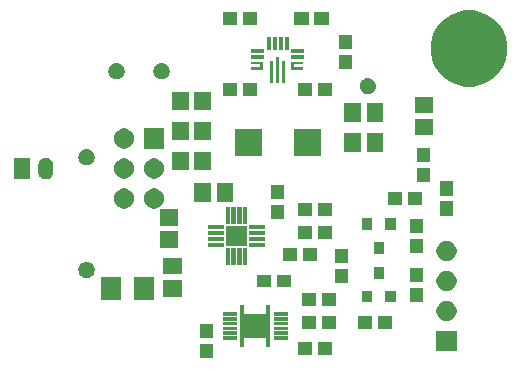
<source format=gts>
G04 #@! TF.GenerationSoftware,KiCad,Pcbnew,5.0.1-33cea8e~68~ubuntu18.04.1*
G04 #@! TF.CreationDate,2018-11-28T03:54:02-05:00*
G04 #@! TF.ProjectId,psu,7073752E6B696361645F706362000000,rev?*
G04 #@! TF.SameCoordinates,Original*
G04 #@! TF.FileFunction,Soldermask,Top*
G04 #@! TF.FilePolarity,Negative*
%FSLAX46Y46*%
G04 Gerber Fmt 4.6, Leading zero omitted, Abs format (unit mm)*
G04 Created by KiCad (PCBNEW 5.0.1-33cea8e~68~ubuntu18.04.1) date Wed Nov 28 03:54:02 2018*
%MOMM*%
%LPD*%
G01*
G04 APERTURE LIST*
%ADD10C,0.350000*%
G04 APERTURE END LIST*
D10*
G04 #@! TO.C,U3*
G36*
X157287500Y-96932500D02*
X157037500Y-96932500D01*
X157037500Y-94732500D01*
X157287500Y-94732500D01*
X157287500Y-96932500D01*
G37*
G36*
X156787500Y-95032500D02*
X156537500Y-95032500D01*
X156537500Y-96932500D01*
X156787500Y-96932500D01*
X156787500Y-95032500D01*
G37*
G36*
X157787500Y-95032500D02*
X157537500Y-95032500D01*
X157537500Y-96932500D01*
X157787500Y-96932500D01*
X157787500Y-95032500D01*
G37*
G36*
X155912500Y-95082500D02*
X154912500Y-95082500D01*
X154912500Y-95332500D01*
X155662500Y-95332500D01*
X155662500Y-95582500D01*
X154912500Y-95582500D01*
X154912500Y-95832500D01*
X155912500Y-95832500D01*
X155912500Y-95082500D01*
G37*
G36*
X158312500Y-95832500D02*
X159312500Y-95832500D01*
X159312500Y-95582500D01*
X158562500Y-95582500D01*
X158562500Y-95332500D01*
X159312500Y-95332500D01*
X159312500Y-95082500D01*
X158312500Y-95082500D01*
X158312500Y-95832500D01*
G37*
G36*
X151680000Y-120195000D02*
X150580000Y-120195000D01*
X150580000Y-118995000D01*
X151680000Y-118995000D01*
X151680000Y-120195000D01*
X151680000Y-120195000D01*
G37*
G36*
X161787500Y-119930000D02*
X160587500Y-119930000D01*
X160587500Y-118830000D01*
X161787500Y-118830000D01*
X161787500Y-119930000D01*
X161787500Y-119930000D01*
G37*
G36*
X160087500Y-119930000D02*
X158887500Y-119930000D01*
X158887500Y-118830000D01*
X160087500Y-118830000D01*
X160087500Y-119930000D01*
X160087500Y-119930000D01*
G37*
G36*
X172300000Y-119595000D02*
X170600000Y-119595000D01*
X170600000Y-117895000D01*
X172300000Y-117895000D01*
X172300000Y-119595000D01*
X172300000Y-119595000D01*
G37*
G36*
X154282497Y-115724758D02*
X154282500Y-115724758D01*
X154292302Y-115725723D01*
X154301727Y-115728582D01*
X154310413Y-115733225D01*
X154313112Y-115735441D01*
X154318027Y-115739473D01*
X154322059Y-115744388D01*
X154324275Y-115747087D01*
X154328918Y-115755773D01*
X154331777Y-115765198D01*
X154332742Y-115775000D01*
X154332863Y-115776232D01*
X154332863Y-116424637D01*
X154333343Y-116429514D01*
X154334766Y-116434204D01*
X154337076Y-116438526D01*
X154340185Y-116442315D01*
X154343974Y-116445424D01*
X154348296Y-116447734D01*
X154352986Y-116449157D01*
X154357863Y-116449637D01*
X156157137Y-116449637D01*
X156162014Y-116449157D01*
X156166704Y-116447734D01*
X156171026Y-116445424D01*
X156174815Y-116442315D01*
X156177924Y-116438526D01*
X156180234Y-116434204D01*
X156181657Y-116429514D01*
X156182137Y-116424637D01*
X156182137Y-115776232D01*
X156182258Y-115775000D01*
X156183223Y-115765198D01*
X156186082Y-115755773D01*
X156190725Y-115747087D01*
X156192941Y-115744388D01*
X156196973Y-115739473D01*
X156201888Y-115735441D01*
X156204587Y-115733225D01*
X156213273Y-115728582D01*
X156222698Y-115725723D01*
X156232500Y-115724758D01*
X156232503Y-115724758D01*
X156233732Y-115724637D01*
X156481268Y-115724637D01*
X156482497Y-115724758D01*
X156482500Y-115724758D01*
X156492302Y-115725723D01*
X156501727Y-115728582D01*
X156510413Y-115733225D01*
X156513112Y-115735441D01*
X156518027Y-115739473D01*
X156522059Y-115744388D01*
X156524275Y-115747087D01*
X156528918Y-115755773D01*
X156531777Y-115765198D01*
X156532742Y-115775000D01*
X156532863Y-115776232D01*
X156532863Y-119173768D01*
X156532742Y-119174997D01*
X156532742Y-119175000D01*
X156531777Y-119184802D01*
X156528918Y-119194227D01*
X156524275Y-119202913D01*
X156522059Y-119205612D01*
X156518027Y-119210527D01*
X156513112Y-119214559D01*
X156510413Y-119216775D01*
X156501727Y-119221418D01*
X156492302Y-119224277D01*
X156482500Y-119225242D01*
X156482497Y-119225242D01*
X156481268Y-119225363D01*
X156233732Y-119225363D01*
X156232503Y-119225242D01*
X156232500Y-119225242D01*
X156222698Y-119224277D01*
X156213273Y-119221418D01*
X156204587Y-119216775D01*
X156201888Y-119214559D01*
X156196973Y-119210527D01*
X156192941Y-119205612D01*
X156190725Y-119202913D01*
X156186082Y-119194227D01*
X156183223Y-119184802D01*
X156182258Y-119175000D01*
X156182258Y-119174997D01*
X156182137Y-119173768D01*
X156182137Y-118525363D01*
X156181657Y-118520486D01*
X156180234Y-118515796D01*
X156177924Y-118511474D01*
X156174815Y-118507685D01*
X156171026Y-118504576D01*
X156166704Y-118502266D01*
X156162014Y-118500843D01*
X156157137Y-118500363D01*
X154357863Y-118500363D01*
X154352986Y-118500843D01*
X154348296Y-118502266D01*
X154343974Y-118504576D01*
X154340185Y-118507685D01*
X154337076Y-118511474D01*
X154334766Y-118515796D01*
X154333343Y-118520486D01*
X154332863Y-118525363D01*
X154332863Y-119173768D01*
X154332742Y-119174997D01*
X154332742Y-119175000D01*
X154331777Y-119184802D01*
X154328918Y-119194227D01*
X154324275Y-119202913D01*
X154322059Y-119205612D01*
X154318027Y-119210527D01*
X154313112Y-119214559D01*
X154310413Y-119216775D01*
X154301727Y-119221418D01*
X154292302Y-119224277D01*
X154282500Y-119225242D01*
X154282497Y-119225242D01*
X154281268Y-119225363D01*
X154033732Y-119225363D01*
X154032503Y-119225242D01*
X154032500Y-119225242D01*
X154022698Y-119224277D01*
X154013273Y-119221418D01*
X154004587Y-119216775D01*
X154001888Y-119214559D01*
X153996973Y-119210527D01*
X153992941Y-119205612D01*
X153990725Y-119202913D01*
X153986082Y-119194227D01*
X153983223Y-119184802D01*
X153982258Y-119175000D01*
X153982258Y-119174997D01*
X153982137Y-119173768D01*
X153982137Y-115776232D01*
X153982258Y-115775000D01*
X153983223Y-115765198D01*
X153986082Y-115755773D01*
X153990725Y-115747087D01*
X153992941Y-115744388D01*
X153996973Y-115739473D01*
X154001888Y-115735441D01*
X154004587Y-115733225D01*
X154013273Y-115728582D01*
X154022698Y-115725723D01*
X154032500Y-115724758D01*
X154032503Y-115724758D01*
X154033732Y-115724637D01*
X154281268Y-115724637D01*
X154282497Y-115724758D01*
X154282497Y-115724758D01*
G37*
G36*
X158007500Y-118625000D02*
X156807500Y-118625000D01*
X156807500Y-118325000D01*
X158007500Y-118325000D01*
X158007500Y-118625000D01*
X158007500Y-118625000D01*
G37*
G36*
X153732500Y-118625000D02*
X152532500Y-118625000D01*
X152532500Y-118325000D01*
X153732500Y-118325000D01*
X153732500Y-118625000D01*
X153732500Y-118625000D01*
G37*
G36*
X151680000Y-118495000D02*
X150580000Y-118495000D01*
X150580000Y-117295000D01*
X151680000Y-117295000D01*
X151680000Y-118495000D01*
X151680000Y-118495000D01*
G37*
G36*
X158007500Y-118225000D02*
X156807500Y-118225000D01*
X156807500Y-117925000D01*
X158007500Y-117925000D01*
X158007500Y-118225000D01*
X158007500Y-118225000D01*
G37*
G36*
X153732500Y-118225000D02*
X152532500Y-118225000D01*
X152532500Y-117925000D01*
X153732500Y-117925000D01*
X153732500Y-118225000D01*
X153732500Y-118225000D01*
G37*
G36*
X153732500Y-117825000D02*
X152532500Y-117825000D01*
X152532500Y-117525000D01*
X153732500Y-117525000D01*
X153732500Y-117825000D01*
X153732500Y-117825000D01*
G37*
G36*
X158007500Y-117825000D02*
X156807500Y-117825000D01*
X156807500Y-117525000D01*
X158007500Y-117525000D01*
X158007500Y-117825000D01*
X158007500Y-117825000D01*
G37*
G36*
X162105000Y-117707500D02*
X160905000Y-117707500D01*
X160905000Y-116607500D01*
X162105000Y-116607500D01*
X162105000Y-117707500D01*
X162105000Y-117707500D01*
G37*
G36*
X160405000Y-117707500D02*
X159205000Y-117707500D01*
X159205000Y-116607500D01*
X160405000Y-116607500D01*
X160405000Y-117707500D01*
X160405000Y-117707500D01*
G37*
G36*
X165167500Y-117707500D02*
X163967500Y-117707500D01*
X163967500Y-116607500D01*
X165167500Y-116607500D01*
X165167500Y-117707500D01*
X165167500Y-117707500D01*
G37*
G36*
X166867500Y-117707500D02*
X165667500Y-117707500D01*
X165667500Y-116607500D01*
X166867500Y-116607500D01*
X166867500Y-117707500D01*
X166867500Y-117707500D01*
G37*
G36*
X158007500Y-117425000D02*
X156807500Y-117425000D01*
X156807500Y-117125000D01*
X158007500Y-117125000D01*
X158007500Y-117425000D01*
X158007500Y-117425000D01*
G37*
G36*
X153732500Y-117425000D02*
X152532500Y-117425000D01*
X152532500Y-117125000D01*
X153732500Y-117125000D01*
X153732500Y-117425000D01*
X153732500Y-117425000D01*
G37*
G36*
X171697936Y-115387665D02*
X171852626Y-115451740D01*
X171991844Y-115544762D01*
X172110238Y-115663156D01*
X172203260Y-115802374D01*
X172267335Y-115957064D01*
X172300000Y-116121282D01*
X172300000Y-116288718D01*
X172267335Y-116452936D01*
X172203260Y-116607626D01*
X172110238Y-116746844D01*
X171991844Y-116865238D01*
X171852626Y-116958260D01*
X171697936Y-117022335D01*
X171533718Y-117055000D01*
X171366282Y-117055000D01*
X171202064Y-117022335D01*
X171047374Y-116958260D01*
X170908156Y-116865238D01*
X170789762Y-116746844D01*
X170696740Y-116607626D01*
X170632665Y-116452936D01*
X170600000Y-116288718D01*
X170600000Y-116121282D01*
X170632665Y-115957064D01*
X170696740Y-115802374D01*
X170789762Y-115663156D01*
X170908156Y-115544762D01*
X171047374Y-115451740D01*
X171202064Y-115387665D01*
X171366282Y-115355000D01*
X171533718Y-115355000D01*
X171697936Y-115387665D01*
X171697936Y-115387665D01*
G37*
G36*
X153732500Y-117025000D02*
X152532500Y-117025000D01*
X152532500Y-116725000D01*
X153732500Y-116725000D01*
X153732500Y-117025000D01*
X153732500Y-117025000D01*
G37*
G36*
X158007500Y-117025000D02*
X156807500Y-117025000D01*
X156807500Y-116725000D01*
X158007500Y-116725000D01*
X158007500Y-117025000D01*
X158007500Y-117025000D01*
G37*
G36*
X158007500Y-116625000D02*
X156807500Y-116625000D01*
X156807500Y-116325000D01*
X158007500Y-116325000D01*
X158007500Y-116625000D01*
X158007500Y-116625000D01*
G37*
G36*
X153732500Y-116625000D02*
X152532500Y-116625000D01*
X152532500Y-116325000D01*
X153732500Y-116325000D01*
X153732500Y-116625000D01*
X153732500Y-116625000D01*
G37*
G36*
X160405000Y-115802500D02*
X159205000Y-115802500D01*
X159205000Y-114702500D01*
X160405000Y-114702500D01*
X160405000Y-115802500D01*
X160405000Y-115802500D01*
G37*
G36*
X162105000Y-115802500D02*
X160905000Y-115802500D01*
X160905000Y-114702500D01*
X162105000Y-114702500D01*
X162105000Y-115802500D01*
X162105000Y-115802500D01*
G37*
G36*
X167185000Y-115482500D02*
X166285000Y-115482500D01*
X166285000Y-114482500D01*
X167185000Y-114482500D01*
X167185000Y-115482500D01*
X167185000Y-115482500D01*
G37*
G36*
X165185000Y-115482500D02*
X164285000Y-115482500D01*
X164285000Y-114482500D01*
X165185000Y-114482500D01*
X165185000Y-115482500D01*
X165185000Y-115482500D01*
G37*
G36*
X169460000Y-115432500D02*
X168360000Y-115432500D01*
X168360000Y-114232500D01*
X169460000Y-114232500D01*
X169460000Y-115432500D01*
X169460000Y-115432500D01*
G37*
G36*
X143912500Y-115250000D02*
X142212500Y-115250000D01*
X142212500Y-113350000D01*
X143912500Y-113350000D01*
X143912500Y-115250000D01*
X143912500Y-115250000D01*
G37*
G36*
X146712500Y-115250000D02*
X145012500Y-115250000D01*
X145012500Y-113350000D01*
X146712500Y-113350000D01*
X146712500Y-115250000D01*
X146712500Y-115250000D01*
G37*
G36*
X149072500Y-114997500D02*
X147472500Y-114997500D01*
X147472500Y-113597500D01*
X149072500Y-113597500D01*
X149072500Y-114997500D01*
X149072500Y-114997500D01*
G37*
G36*
X171697936Y-112847665D02*
X171852626Y-112911740D01*
X171991844Y-113004762D01*
X172110238Y-113123156D01*
X172203260Y-113262374D01*
X172267335Y-113417064D01*
X172300000Y-113581282D01*
X172300000Y-113748718D01*
X172267335Y-113912936D01*
X172203260Y-114067626D01*
X172110238Y-114206844D01*
X171991844Y-114325238D01*
X171852626Y-114418260D01*
X171697936Y-114482335D01*
X171533718Y-114515000D01*
X171366282Y-114515000D01*
X171202064Y-114482335D01*
X171047374Y-114418260D01*
X170908156Y-114325238D01*
X170789762Y-114206844D01*
X170696740Y-114067626D01*
X170632665Y-113912936D01*
X170600000Y-113748718D01*
X170600000Y-113581282D01*
X170632665Y-113417064D01*
X170696740Y-113262374D01*
X170789762Y-113123156D01*
X170908156Y-113004762D01*
X171047374Y-112911740D01*
X171202064Y-112847665D01*
X171366282Y-112815000D01*
X171533718Y-112815000D01*
X171697936Y-112847665D01*
X171697936Y-112847665D01*
G37*
G36*
X156595000Y-114215000D02*
X155395000Y-114215000D01*
X155395000Y-113115000D01*
X156595000Y-113115000D01*
X156595000Y-114215000D01*
X156595000Y-114215000D01*
G37*
G36*
X158295000Y-114215000D02*
X157095000Y-114215000D01*
X157095000Y-113115000D01*
X158295000Y-113115000D01*
X158295000Y-114215000D01*
X158295000Y-114215000D01*
G37*
G36*
X163110000Y-113845000D02*
X162010000Y-113845000D01*
X162010000Y-112645000D01*
X163110000Y-112645000D01*
X163110000Y-113845000D01*
X163110000Y-113845000D01*
G37*
G36*
X169460000Y-113732500D02*
X168360000Y-113732500D01*
X168360000Y-112532500D01*
X169460000Y-112532500D01*
X169460000Y-113732500D01*
X169460000Y-113732500D01*
G37*
G36*
X166185000Y-113482500D02*
X165285000Y-113482500D01*
X165285000Y-112482500D01*
X166185000Y-112482500D01*
X166185000Y-113482500D01*
X166185000Y-113482500D01*
G37*
G36*
X141125694Y-112045050D02*
X141169808Y-112053825D01*
X141294469Y-112105461D01*
X141406662Y-112180426D01*
X141502074Y-112275838D01*
X141577039Y-112388031D01*
X141628675Y-112512693D01*
X141655000Y-112645033D01*
X141655000Y-112779967D01*
X141641533Y-112847666D01*
X141628675Y-112912308D01*
X141577039Y-113036969D01*
X141502074Y-113149162D01*
X141406662Y-113244574D01*
X141380022Y-113262374D01*
X141294469Y-113319539D01*
X141169808Y-113371175D01*
X141125694Y-113379950D01*
X141037467Y-113397500D01*
X140902533Y-113397500D01*
X140814306Y-113379950D01*
X140770192Y-113371175D01*
X140645531Y-113319539D01*
X140559978Y-113262374D01*
X140533338Y-113244574D01*
X140437926Y-113149162D01*
X140362961Y-113036969D01*
X140311325Y-112912308D01*
X140298467Y-112847666D01*
X140285000Y-112779967D01*
X140285000Y-112645033D01*
X140311325Y-112512693D01*
X140362961Y-112388031D01*
X140437926Y-112275838D01*
X140533338Y-112180426D01*
X140645531Y-112105461D01*
X140770192Y-112053825D01*
X140814306Y-112045050D01*
X140902533Y-112027500D01*
X141037467Y-112027500D01*
X141125694Y-112045050D01*
X141125694Y-112045050D01*
G37*
G36*
X149072500Y-113097500D02*
X147472500Y-113097500D01*
X147472500Y-111697500D01*
X149072500Y-111697500D01*
X149072500Y-113097500D01*
X149072500Y-113097500D01*
G37*
G36*
X154595000Y-112305000D02*
X154245000Y-112305000D01*
X154245000Y-110905000D01*
X154595000Y-110905000D01*
X154595000Y-112305000D01*
X154595000Y-112305000D01*
G37*
G36*
X154095000Y-112305000D02*
X153745000Y-112305000D01*
X153745000Y-110905000D01*
X154095000Y-110905000D01*
X154095000Y-112305000D01*
X154095000Y-112305000D01*
G37*
G36*
X153595000Y-112305000D02*
X153245000Y-112305000D01*
X153245000Y-110905000D01*
X153595000Y-110905000D01*
X153595000Y-112305000D01*
X153595000Y-112305000D01*
G37*
G36*
X153095000Y-112305000D02*
X152745000Y-112305000D01*
X152745000Y-110905000D01*
X153095000Y-110905000D01*
X153095000Y-112305000D01*
X153095000Y-112305000D01*
G37*
G36*
X163110000Y-112145000D02*
X162010000Y-112145000D01*
X162010000Y-110945000D01*
X163110000Y-110945000D01*
X163110000Y-112145000D01*
X163110000Y-112145000D01*
G37*
G36*
X160517500Y-111992500D02*
X159317500Y-111992500D01*
X159317500Y-110892500D01*
X160517500Y-110892500D01*
X160517500Y-111992500D01*
X160517500Y-111992500D01*
G37*
G36*
X158817500Y-111992500D02*
X157617500Y-111992500D01*
X157617500Y-110892500D01*
X158817500Y-110892500D01*
X158817500Y-111992500D01*
X158817500Y-111992500D01*
G37*
G36*
X171697936Y-110307665D02*
X171852626Y-110371740D01*
X171991844Y-110464762D01*
X172110238Y-110583156D01*
X172203260Y-110722374D01*
X172267335Y-110877064D01*
X172300000Y-111041282D01*
X172300000Y-111208718D01*
X172267335Y-111372936D01*
X172203260Y-111527626D01*
X172110238Y-111666844D01*
X171991844Y-111785238D01*
X171852626Y-111878260D01*
X171697936Y-111942335D01*
X171533718Y-111975000D01*
X171366282Y-111975000D01*
X171202064Y-111942335D01*
X171047374Y-111878260D01*
X170908156Y-111785238D01*
X170789762Y-111666844D01*
X170696740Y-111527626D01*
X170632665Y-111372936D01*
X170600000Y-111208718D01*
X170600000Y-111041282D01*
X170632665Y-110877064D01*
X170696740Y-110722374D01*
X170789762Y-110583156D01*
X170908156Y-110464762D01*
X171047374Y-110371740D01*
X171202064Y-110307665D01*
X171366282Y-110275000D01*
X171533718Y-110275000D01*
X171697936Y-110307665D01*
X171697936Y-110307665D01*
G37*
G36*
X166185000Y-111355000D02*
X165285000Y-111355000D01*
X165285000Y-110355000D01*
X166185000Y-110355000D01*
X166185000Y-111355000D01*
X166185000Y-111355000D01*
G37*
G36*
X169460000Y-111305000D02*
X168360000Y-111305000D01*
X168360000Y-110105000D01*
X169460000Y-110105000D01*
X169460000Y-111305000D01*
X169460000Y-111305000D01*
G37*
G36*
X148755000Y-110870000D02*
X147155000Y-110870000D01*
X147155000Y-109470000D01*
X148755000Y-109470000D01*
X148755000Y-110870000D01*
X148755000Y-110870000D01*
G37*
G36*
X156120000Y-110780000D02*
X154720000Y-110780000D01*
X154720000Y-110430000D01*
X156120000Y-110430000D01*
X156120000Y-110780000D01*
X156120000Y-110780000D01*
G37*
G36*
X152620000Y-110780000D02*
X151220000Y-110780000D01*
X151220000Y-110430000D01*
X152620000Y-110430000D01*
X152620000Y-110780000D01*
X152620000Y-110780000D01*
G37*
G36*
X154520000Y-110705000D02*
X152820000Y-110705000D01*
X152820000Y-109005000D01*
X154520000Y-109005000D01*
X154520000Y-110705000D01*
X154520000Y-110705000D01*
G37*
G36*
X156120000Y-110280000D02*
X154720000Y-110280000D01*
X154720000Y-109930000D01*
X156120000Y-109930000D01*
X156120000Y-110280000D01*
X156120000Y-110280000D01*
G37*
G36*
X152620000Y-110280000D02*
X151220000Y-110280000D01*
X151220000Y-109930000D01*
X152620000Y-109930000D01*
X152620000Y-110280000D01*
X152620000Y-110280000D01*
G37*
G36*
X160087500Y-110087500D02*
X158887500Y-110087500D01*
X158887500Y-108987500D01*
X160087500Y-108987500D01*
X160087500Y-110087500D01*
X160087500Y-110087500D01*
G37*
G36*
X161787500Y-110087500D02*
X160587500Y-110087500D01*
X160587500Y-108987500D01*
X161787500Y-108987500D01*
X161787500Y-110087500D01*
X161787500Y-110087500D01*
G37*
G36*
X152620000Y-109780000D02*
X151220000Y-109780000D01*
X151220000Y-109430000D01*
X152620000Y-109430000D01*
X152620000Y-109780000D01*
X152620000Y-109780000D01*
G37*
G36*
X156120000Y-109780000D02*
X154720000Y-109780000D01*
X154720000Y-109430000D01*
X156120000Y-109430000D01*
X156120000Y-109780000D01*
X156120000Y-109780000D01*
G37*
G36*
X169460000Y-109605000D02*
X168360000Y-109605000D01*
X168360000Y-108405000D01*
X169460000Y-108405000D01*
X169460000Y-109605000D01*
X169460000Y-109605000D01*
G37*
G36*
X167185000Y-109355000D02*
X166285000Y-109355000D01*
X166285000Y-108355000D01*
X167185000Y-108355000D01*
X167185000Y-109355000D01*
X167185000Y-109355000D01*
G37*
G36*
X165185000Y-109355000D02*
X164285000Y-109355000D01*
X164285000Y-108355000D01*
X165185000Y-108355000D01*
X165185000Y-109355000D01*
X165185000Y-109355000D01*
G37*
G36*
X152620000Y-109280000D02*
X151220000Y-109280000D01*
X151220000Y-108930000D01*
X152620000Y-108930000D01*
X152620000Y-109280000D01*
X152620000Y-109280000D01*
G37*
G36*
X156120000Y-109280000D02*
X154720000Y-109280000D01*
X154720000Y-108930000D01*
X156120000Y-108930000D01*
X156120000Y-109280000D01*
X156120000Y-109280000D01*
G37*
G36*
X148755000Y-108970000D02*
X147155000Y-108970000D01*
X147155000Y-107570000D01*
X148755000Y-107570000D01*
X148755000Y-108970000D01*
X148755000Y-108970000D01*
G37*
G36*
X154095000Y-108805000D02*
X153745000Y-108805000D01*
X153745000Y-107405000D01*
X154095000Y-107405000D01*
X154095000Y-108805000D01*
X154095000Y-108805000D01*
G37*
G36*
X154595000Y-108805000D02*
X154245000Y-108805000D01*
X154245000Y-107405000D01*
X154595000Y-107405000D01*
X154595000Y-108805000D01*
X154595000Y-108805000D01*
G37*
G36*
X153595000Y-108805000D02*
X153245000Y-108805000D01*
X153245000Y-107405000D01*
X153595000Y-107405000D01*
X153595000Y-108805000D01*
X153595000Y-108805000D01*
G37*
G36*
X153095000Y-108805000D02*
X152745000Y-108805000D01*
X152745000Y-107405000D01*
X153095000Y-107405000D01*
X153095000Y-108805000D01*
X153095000Y-108805000D01*
G37*
G36*
X157712500Y-108447500D02*
X156612500Y-108447500D01*
X156612500Y-107247500D01*
X157712500Y-107247500D01*
X157712500Y-108447500D01*
X157712500Y-108447500D01*
G37*
G36*
X161787500Y-108182500D02*
X160587500Y-108182500D01*
X160587500Y-107082500D01*
X161787500Y-107082500D01*
X161787500Y-108182500D01*
X161787500Y-108182500D01*
G37*
G36*
X160087500Y-108182500D02*
X158887500Y-108182500D01*
X158887500Y-107082500D01*
X160087500Y-107082500D01*
X160087500Y-108182500D01*
X160087500Y-108182500D01*
G37*
G36*
X172000000Y-108130000D02*
X170900000Y-108130000D01*
X170900000Y-106930000D01*
X172000000Y-106930000D01*
X172000000Y-108130000D01*
X172000000Y-108130000D01*
G37*
G36*
X146932936Y-105862665D02*
X147087626Y-105926740D01*
X147226844Y-106019762D01*
X147345238Y-106138156D01*
X147438260Y-106277374D01*
X147502335Y-106432064D01*
X147535000Y-106596282D01*
X147535000Y-106763718D01*
X147502335Y-106927936D01*
X147438260Y-107082626D01*
X147345238Y-107221844D01*
X147226844Y-107340238D01*
X147087626Y-107433260D01*
X146932936Y-107497335D01*
X146768718Y-107530000D01*
X146601282Y-107530000D01*
X146437064Y-107497335D01*
X146282374Y-107433260D01*
X146143156Y-107340238D01*
X146024762Y-107221844D01*
X145931740Y-107082626D01*
X145867665Y-106927936D01*
X145835000Y-106763718D01*
X145835000Y-106596282D01*
X145867665Y-106432064D01*
X145931740Y-106277374D01*
X146024762Y-106138156D01*
X146143156Y-106019762D01*
X146282374Y-105926740D01*
X146437064Y-105862665D01*
X146601282Y-105830000D01*
X146768718Y-105830000D01*
X146932936Y-105862665D01*
X146932936Y-105862665D01*
G37*
G36*
X144392936Y-105862665D02*
X144547626Y-105926740D01*
X144686844Y-106019762D01*
X144805238Y-106138156D01*
X144898260Y-106277374D01*
X144962335Y-106432064D01*
X144995000Y-106596282D01*
X144995000Y-106763718D01*
X144962335Y-106927936D01*
X144898260Y-107082626D01*
X144805238Y-107221844D01*
X144686844Y-107340238D01*
X144547626Y-107433260D01*
X144392936Y-107497335D01*
X144228718Y-107530000D01*
X144061282Y-107530000D01*
X143897064Y-107497335D01*
X143742374Y-107433260D01*
X143603156Y-107340238D01*
X143484762Y-107221844D01*
X143391740Y-107082626D01*
X143327665Y-106927936D01*
X143295000Y-106763718D01*
X143295000Y-106596282D01*
X143327665Y-106432064D01*
X143391740Y-106277374D01*
X143484762Y-106138156D01*
X143603156Y-106019762D01*
X143742374Y-105926740D01*
X143897064Y-105862665D01*
X144061282Y-105830000D01*
X144228718Y-105830000D01*
X144392936Y-105862665D01*
X144392936Y-105862665D01*
G37*
G36*
X167707500Y-107230000D02*
X166507500Y-107230000D01*
X166507500Y-106130000D01*
X167707500Y-106130000D01*
X167707500Y-107230000D01*
X167707500Y-107230000D01*
G37*
G36*
X169407500Y-107230000D02*
X168207500Y-107230000D01*
X168207500Y-106130000D01*
X169407500Y-106130000D01*
X169407500Y-107230000D01*
X169407500Y-107230000D01*
G37*
G36*
X151515000Y-106972000D02*
X150115000Y-106972000D01*
X150115000Y-105372000D01*
X151515000Y-105372000D01*
X151515000Y-106972000D01*
X151515000Y-106972000D01*
G37*
G36*
X153415000Y-106972000D02*
X152015000Y-106972000D01*
X152015000Y-105372000D01*
X153415000Y-105372000D01*
X153415000Y-106972000D01*
X153415000Y-106972000D01*
G37*
G36*
X157712500Y-106747500D02*
X156612500Y-106747500D01*
X156612500Y-105547500D01*
X157712500Y-105547500D01*
X157712500Y-106747500D01*
X157712500Y-106747500D01*
G37*
G36*
X172000000Y-106430000D02*
X170900000Y-106430000D01*
X170900000Y-105230000D01*
X172000000Y-105230000D01*
X172000000Y-106430000D01*
X172000000Y-106430000D01*
G37*
G36*
X170095000Y-105272500D02*
X168995000Y-105272500D01*
X168995000Y-104072500D01*
X170095000Y-104072500D01*
X170095000Y-105272500D01*
X170095000Y-105272500D01*
G37*
G36*
X137652421Y-103249405D02*
X137774947Y-103286573D01*
X137774949Y-103286574D01*
X137842470Y-103322665D01*
X137887867Y-103346930D01*
X137986843Y-103428157D01*
X138068070Y-103527132D01*
X138128427Y-103640052D01*
X138165595Y-103762578D01*
X138175000Y-103858068D01*
X138175000Y-104421932D01*
X138165595Y-104517422D01*
X138157949Y-104542626D01*
X138128426Y-104639950D01*
X138068070Y-104752868D01*
X137986843Y-104851843D01*
X137887868Y-104933070D01*
X137781360Y-104990000D01*
X137774948Y-104993427D01*
X137652422Y-105030595D01*
X137536426Y-105042020D01*
X137525001Y-105043145D01*
X137525000Y-105043145D01*
X137397579Y-105030595D01*
X137275053Y-104993427D01*
X137268642Y-104990000D01*
X137162133Y-104933070D01*
X137063158Y-104851843D01*
X136981930Y-104752868D01*
X136921574Y-104639950D01*
X136892051Y-104542626D01*
X136884405Y-104517422D01*
X136875000Y-104421932D01*
X136875000Y-103858069D01*
X136884405Y-103762579D01*
X136921573Y-103640053D01*
X136981930Y-103527133D01*
X137063157Y-103428157D01*
X137162132Y-103346930D01*
X137207529Y-103322665D01*
X137275050Y-103286574D01*
X137275052Y-103286573D01*
X137397578Y-103249405D01*
X137513574Y-103237980D01*
X137524999Y-103236855D01*
X137525000Y-103236855D01*
X137652421Y-103249405D01*
X137652421Y-103249405D01*
G37*
G36*
X136175000Y-105040000D02*
X134875000Y-105040000D01*
X134875000Y-103240000D01*
X136175000Y-103240000D01*
X136175000Y-105040000D01*
X136175000Y-105040000D01*
G37*
G36*
X144392936Y-103322665D02*
X144547626Y-103386740D01*
X144686844Y-103479762D01*
X144805238Y-103598156D01*
X144898260Y-103737374D01*
X144962335Y-103892064D01*
X144995000Y-104056282D01*
X144995000Y-104223718D01*
X144962335Y-104387936D01*
X144898260Y-104542626D01*
X144805238Y-104681844D01*
X144686844Y-104800238D01*
X144547626Y-104893260D01*
X144392936Y-104957335D01*
X144228718Y-104990000D01*
X144061282Y-104990000D01*
X143897064Y-104957335D01*
X143742374Y-104893260D01*
X143603156Y-104800238D01*
X143484762Y-104681844D01*
X143391740Y-104542626D01*
X143327665Y-104387936D01*
X143295000Y-104223718D01*
X143295000Y-104056282D01*
X143327665Y-103892064D01*
X143391740Y-103737374D01*
X143484762Y-103598156D01*
X143603156Y-103479762D01*
X143742374Y-103386740D01*
X143897064Y-103322665D01*
X144061282Y-103290000D01*
X144228718Y-103290000D01*
X144392936Y-103322665D01*
X144392936Y-103322665D01*
G37*
G36*
X146932936Y-103322665D02*
X147087626Y-103386740D01*
X147226844Y-103479762D01*
X147345238Y-103598156D01*
X147438260Y-103737374D01*
X147502335Y-103892064D01*
X147535000Y-104056282D01*
X147535000Y-104223718D01*
X147502335Y-104387936D01*
X147438260Y-104542626D01*
X147345238Y-104681844D01*
X147226844Y-104800238D01*
X147087626Y-104893260D01*
X146932936Y-104957335D01*
X146768718Y-104990000D01*
X146601282Y-104990000D01*
X146437064Y-104957335D01*
X146282374Y-104893260D01*
X146143156Y-104800238D01*
X146024762Y-104681844D01*
X145931740Y-104542626D01*
X145867665Y-104387936D01*
X145835000Y-104223718D01*
X145835000Y-104056282D01*
X145867665Y-103892064D01*
X145931740Y-103737374D01*
X146024762Y-103598156D01*
X146143156Y-103479762D01*
X146282374Y-103386740D01*
X146437064Y-103322665D01*
X146601282Y-103290000D01*
X146768718Y-103290000D01*
X146932936Y-103322665D01*
X146932936Y-103322665D01*
G37*
G36*
X149610000Y-104305000D02*
X148210000Y-104305000D01*
X148210000Y-102705000D01*
X149610000Y-102705000D01*
X149610000Y-104305000D01*
X149610000Y-104305000D01*
G37*
G36*
X151510000Y-104305000D02*
X150110000Y-104305000D01*
X150110000Y-102705000D01*
X151510000Y-102705000D01*
X151510000Y-104305000D01*
X151510000Y-104305000D01*
G37*
G36*
X141125694Y-102520050D02*
X141169808Y-102528825D01*
X141294469Y-102580461D01*
X141406662Y-102655426D01*
X141502074Y-102750838D01*
X141577039Y-102863031D01*
X141628675Y-102987693D01*
X141655000Y-103120033D01*
X141655000Y-103254967D01*
X141641533Y-103322666D01*
X141628675Y-103387308D01*
X141577039Y-103511969D01*
X141502074Y-103624162D01*
X141406662Y-103719574D01*
X141380022Y-103737374D01*
X141294469Y-103794539D01*
X141169808Y-103846175D01*
X141125694Y-103854950D01*
X141037467Y-103872500D01*
X140902533Y-103872500D01*
X140814306Y-103854950D01*
X140770192Y-103846175D01*
X140645531Y-103794539D01*
X140559978Y-103737374D01*
X140533338Y-103719574D01*
X140437926Y-103624162D01*
X140362961Y-103511969D01*
X140311325Y-103387308D01*
X140298467Y-103322666D01*
X140285000Y-103254967D01*
X140285000Y-103120033D01*
X140311325Y-102987693D01*
X140362961Y-102863031D01*
X140437926Y-102750838D01*
X140533338Y-102655426D01*
X140645531Y-102580461D01*
X140770192Y-102528825D01*
X140814306Y-102520050D01*
X140902533Y-102502500D01*
X141037467Y-102502500D01*
X141125694Y-102520050D01*
X141125694Y-102520050D01*
G37*
G36*
X170095000Y-103572500D02*
X168995000Y-103572500D01*
X168995000Y-102372500D01*
X170095000Y-102372500D01*
X170095000Y-103572500D01*
X170095000Y-103572500D01*
G37*
G36*
X160812500Y-103067500D02*
X158512500Y-103067500D01*
X158512500Y-100767500D01*
X160812500Y-100767500D01*
X160812500Y-103067500D01*
X160812500Y-103067500D01*
G37*
G36*
X155812500Y-103067500D02*
X153512500Y-103067500D01*
X153512500Y-100767500D01*
X155812500Y-100767500D01*
X155812500Y-103067500D01*
X155812500Y-103067500D01*
G37*
G36*
X166115000Y-102717500D02*
X164715000Y-102717500D01*
X164715000Y-101117500D01*
X166115000Y-101117500D01*
X166115000Y-102717500D01*
X166115000Y-102717500D01*
G37*
G36*
X164215000Y-102717500D02*
X162815000Y-102717500D01*
X162815000Y-101117500D01*
X164215000Y-101117500D01*
X164215000Y-102717500D01*
X164215000Y-102717500D01*
G37*
G36*
X147535000Y-102450000D02*
X145835000Y-102450000D01*
X145835000Y-100750000D01*
X147535000Y-100750000D01*
X147535000Y-102450000D01*
X147535000Y-102450000D01*
G37*
G36*
X144392936Y-100782665D02*
X144547626Y-100846740D01*
X144686844Y-100939762D01*
X144805238Y-101058156D01*
X144898260Y-101197374D01*
X144962335Y-101352064D01*
X144995000Y-101516282D01*
X144995000Y-101683718D01*
X144962335Y-101847936D01*
X144898260Y-102002626D01*
X144805238Y-102141844D01*
X144686844Y-102260238D01*
X144547626Y-102353260D01*
X144392936Y-102417335D01*
X144228718Y-102450000D01*
X144061282Y-102450000D01*
X143897064Y-102417335D01*
X143742374Y-102353260D01*
X143603156Y-102260238D01*
X143484762Y-102141844D01*
X143391740Y-102002626D01*
X143327665Y-101847936D01*
X143295000Y-101683718D01*
X143295000Y-101516282D01*
X143327665Y-101352064D01*
X143391740Y-101197374D01*
X143484762Y-101058156D01*
X143603156Y-100939762D01*
X143742374Y-100846740D01*
X143897064Y-100782665D01*
X144061282Y-100750000D01*
X144228718Y-100750000D01*
X144392936Y-100782665D01*
X144392936Y-100782665D01*
G37*
G36*
X149610000Y-101765000D02*
X148210000Y-101765000D01*
X148210000Y-100165000D01*
X149610000Y-100165000D01*
X149610000Y-101765000D01*
X149610000Y-101765000D01*
G37*
G36*
X151510000Y-101765000D02*
X150110000Y-101765000D01*
X150110000Y-100165000D01*
X151510000Y-100165000D01*
X151510000Y-101765000D01*
X151510000Y-101765000D01*
G37*
G36*
X170345000Y-101345000D02*
X168745000Y-101345000D01*
X168745000Y-99945000D01*
X170345000Y-99945000D01*
X170345000Y-101345000D01*
X170345000Y-101345000D01*
G37*
G36*
X166115000Y-100177500D02*
X164715000Y-100177500D01*
X164715000Y-98577500D01*
X166115000Y-98577500D01*
X166115000Y-100177500D01*
X166115000Y-100177500D01*
G37*
G36*
X164215000Y-100177500D02*
X162815000Y-100177500D01*
X162815000Y-98577500D01*
X164215000Y-98577500D01*
X164215000Y-100177500D01*
X164215000Y-100177500D01*
G37*
G36*
X170345000Y-99445000D02*
X168745000Y-99445000D01*
X168745000Y-98045000D01*
X170345000Y-98045000D01*
X170345000Y-99445000D01*
X170345000Y-99445000D01*
G37*
G36*
X151510000Y-99225000D02*
X150110000Y-99225000D01*
X150110000Y-97625000D01*
X151510000Y-97625000D01*
X151510000Y-99225000D01*
X151510000Y-99225000D01*
G37*
G36*
X149610000Y-99225000D02*
X148210000Y-99225000D01*
X148210000Y-97625000D01*
X149610000Y-97625000D01*
X149610000Y-99225000D01*
X149610000Y-99225000D01*
G37*
G36*
X160087500Y-98022500D02*
X158887500Y-98022500D01*
X158887500Y-96922500D01*
X160087500Y-96922500D01*
X160087500Y-98022500D01*
X160087500Y-98022500D01*
G37*
G36*
X161787500Y-98022500D02*
X160587500Y-98022500D01*
X160587500Y-96922500D01*
X161787500Y-96922500D01*
X161787500Y-98022500D01*
X161787500Y-98022500D01*
G37*
G36*
X155437500Y-98022500D02*
X154237500Y-98022500D01*
X154237500Y-96922500D01*
X155437500Y-96922500D01*
X155437500Y-98022500D01*
X155437500Y-98022500D01*
G37*
G36*
X153737500Y-98022500D02*
X152537500Y-98022500D01*
X152537500Y-96922500D01*
X153737500Y-96922500D01*
X153737500Y-98022500D01*
X153737500Y-98022500D01*
G37*
G36*
X164925480Y-96485021D02*
X164982308Y-96496325D01*
X165096622Y-96543675D01*
X165106969Y-96547961D01*
X165219162Y-96622926D01*
X165314574Y-96718338D01*
X165314575Y-96718340D01*
X165389539Y-96830531D01*
X165427634Y-96922500D01*
X165441175Y-96955193D01*
X165467500Y-97087533D01*
X165467500Y-97222467D01*
X165441175Y-97354807D01*
X165389539Y-97479469D01*
X165314574Y-97591662D01*
X165219162Y-97687074D01*
X165106969Y-97762039D01*
X164982308Y-97813675D01*
X164938194Y-97822450D01*
X164849967Y-97840000D01*
X164715033Y-97840000D01*
X164626806Y-97822450D01*
X164582692Y-97813675D01*
X164458031Y-97762039D01*
X164345838Y-97687074D01*
X164250426Y-97591662D01*
X164175461Y-97479469D01*
X164123825Y-97354807D01*
X164097500Y-97222467D01*
X164097500Y-97087533D01*
X164123825Y-96955193D01*
X164137367Y-96922500D01*
X164175461Y-96830531D01*
X164250425Y-96718340D01*
X164250426Y-96718338D01*
X164345838Y-96622926D01*
X164458031Y-96547961D01*
X164468378Y-96543675D01*
X164582692Y-96496325D01*
X164639520Y-96485021D01*
X164715033Y-96470000D01*
X164849967Y-96470000D01*
X164925480Y-96485021D01*
X164925480Y-96485021D01*
G37*
G36*
X174295698Y-90878935D02*
X174882610Y-91122042D01*
X175410817Y-91474979D01*
X175860021Y-91924183D01*
X176212958Y-92452390D01*
X176456065Y-93039302D01*
X176580000Y-93662365D01*
X176580000Y-94297635D01*
X176456065Y-94920698D01*
X176212958Y-95507610D01*
X175947955Y-95904214D01*
X175860022Y-96035816D01*
X175410816Y-96485022D01*
X175323035Y-96543675D01*
X174882610Y-96837958D01*
X174295698Y-97081065D01*
X173672635Y-97205000D01*
X173037365Y-97205000D01*
X172414302Y-97081065D01*
X171827390Y-96837958D01*
X171386965Y-96543675D01*
X171299184Y-96485022D01*
X170849978Y-96035816D01*
X170762045Y-95904214D01*
X170497042Y-95507610D01*
X170253935Y-94920698D01*
X170130000Y-94297635D01*
X170130000Y-93662365D01*
X170253935Y-93039302D01*
X170497042Y-92452390D01*
X170849979Y-91924183D01*
X171299183Y-91474979D01*
X171827390Y-91122042D01*
X172414302Y-90878935D01*
X173037365Y-90755000D01*
X173672635Y-90755000D01*
X174295698Y-90878935D01*
X174295698Y-90878935D01*
G37*
G36*
X143665694Y-95217550D02*
X143709808Y-95226325D01*
X143834469Y-95277961D01*
X143946662Y-95352926D01*
X144042074Y-95448338D01*
X144117039Y-95560531D01*
X144168675Y-95685193D01*
X144195000Y-95817533D01*
X144195000Y-95952467D01*
X144168675Y-96084807D01*
X144117039Y-96209469D01*
X144042074Y-96321662D01*
X143946662Y-96417074D01*
X143867453Y-96470000D01*
X143834469Y-96492039D01*
X143709808Y-96543675D01*
X143688261Y-96547961D01*
X143577467Y-96570000D01*
X143442533Y-96570000D01*
X143331739Y-96547961D01*
X143310192Y-96543675D01*
X143185531Y-96492039D01*
X143152547Y-96470000D01*
X143073338Y-96417074D01*
X142977926Y-96321662D01*
X142902961Y-96209469D01*
X142851325Y-96084807D01*
X142825000Y-95952467D01*
X142825000Y-95817533D01*
X142851325Y-95685193D01*
X142902961Y-95560531D01*
X142977926Y-95448338D01*
X143073338Y-95352926D01*
X143185531Y-95277961D01*
X143310192Y-95226325D01*
X143354306Y-95217550D01*
X143442533Y-95200000D01*
X143577467Y-95200000D01*
X143665694Y-95217550D01*
X143665694Y-95217550D01*
G37*
G36*
X147475694Y-95217550D02*
X147519808Y-95226325D01*
X147644469Y-95277961D01*
X147756662Y-95352926D01*
X147852074Y-95448338D01*
X147927039Y-95560531D01*
X147978675Y-95685193D01*
X148005000Y-95817533D01*
X148005000Y-95952467D01*
X147978675Y-96084807D01*
X147927039Y-96209469D01*
X147852074Y-96321662D01*
X147756662Y-96417074D01*
X147677453Y-96470000D01*
X147644469Y-96492039D01*
X147519808Y-96543675D01*
X147498261Y-96547961D01*
X147387467Y-96570000D01*
X147252533Y-96570000D01*
X147141739Y-96547961D01*
X147120192Y-96543675D01*
X146995531Y-96492039D01*
X146962547Y-96470000D01*
X146883338Y-96417074D01*
X146787926Y-96321662D01*
X146712961Y-96209469D01*
X146661325Y-96084807D01*
X146635000Y-95952467D01*
X146635000Y-95817533D01*
X146661325Y-95685193D01*
X146712961Y-95560531D01*
X146787926Y-95448338D01*
X146883338Y-95352926D01*
X146995531Y-95277961D01*
X147120192Y-95226325D01*
X147164306Y-95217550D01*
X147252533Y-95200000D01*
X147387467Y-95200000D01*
X147475694Y-95217550D01*
X147475694Y-95217550D01*
G37*
G36*
X163427500Y-95747500D02*
X162327500Y-95747500D01*
X162327500Y-94547500D01*
X163427500Y-94547500D01*
X163427500Y-95747500D01*
X163427500Y-95747500D01*
G37*
G36*
X155962500Y-94882500D02*
X154862500Y-94882500D01*
X154862500Y-94532500D01*
X155962500Y-94532500D01*
X155962500Y-94882500D01*
X155962500Y-94882500D01*
G37*
G36*
X159362500Y-94882500D02*
X158262500Y-94882500D01*
X158262500Y-94532500D01*
X159362500Y-94532500D01*
X159362500Y-94882500D01*
X159362500Y-94882500D01*
G37*
G36*
X155962500Y-94382500D02*
X154862500Y-94382500D01*
X154862500Y-94032500D01*
X155962500Y-94032500D01*
X155962500Y-94382500D01*
X155962500Y-94382500D01*
G37*
G36*
X159362500Y-94382500D02*
X158262500Y-94382500D01*
X158262500Y-94032500D01*
X159362500Y-94032500D01*
X159362500Y-94382500D01*
X159362500Y-94382500D01*
G37*
G36*
X158087500Y-94132500D02*
X157737500Y-94132500D01*
X157737500Y-93032500D01*
X158087500Y-93032500D01*
X158087500Y-94132500D01*
X158087500Y-94132500D01*
G37*
G36*
X156587500Y-94132500D02*
X156237500Y-94132500D01*
X156237500Y-93032500D01*
X156587500Y-93032500D01*
X156587500Y-94132500D01*
X156587500Y-94132500D01*
G37*
G36*
X157587500Y-94132500D02*
X157237500Y-94132500D01*
X157237500Y-93032500D01*
X157587500Y-93032500D01*
X157587500Y-94132500D01*
X157587500Y-94132500D01*
G37*
G36*
X157087500Y-94132500D02*
X156737500Y-94132500D01*
X156737500Y-93032500D01*
X157087500Y-93032500D01*
X157087500Y-94132500D01*
X157087500Y-94132500D01*
G37*
G36*
X163427500Y-94047500D02*
X162327500Y-94047500D01*
X162327500Y-92847500D01*
X163427500Y-92847500D01*
X163427500Y-94047500D01*
X163427500Y-94047500D01*
G37*
G36*
X153737500Y-91990000D02*
X152537500Y-91990000D01*
X152537500Y-90890000D01*
X153737500Y-90890000D01*
X153737500Y-91990000D01*
X153737500Y-91990000D01*
G37*
G36*
X155437500Y-91990000D02*
X154237500Y-91990000D01*
X154237500Y-90890000D01*
X155437500Y-90890000D01*
X155437500Y-91990000D01*
X155437500Y-91990000D01*
G37*
G36*
X159770000Y-91990000D02*
X158570000Y-91990000D01*
X158570000Y-90890000D01*
X159770000Y-90890000D01*
X159770000Y-91990000D01*
X159770000Y-91990000D01*
G37*
G36*
X161470000Y-91990000D02*
X160270000Y-91990000D01*
X160270000Y-90890000D01*
X161470000Y-90890000D01*
X161470000Y-91990000D01*
X161470000Y-91990000D01*
G37*
M02*

</source>
